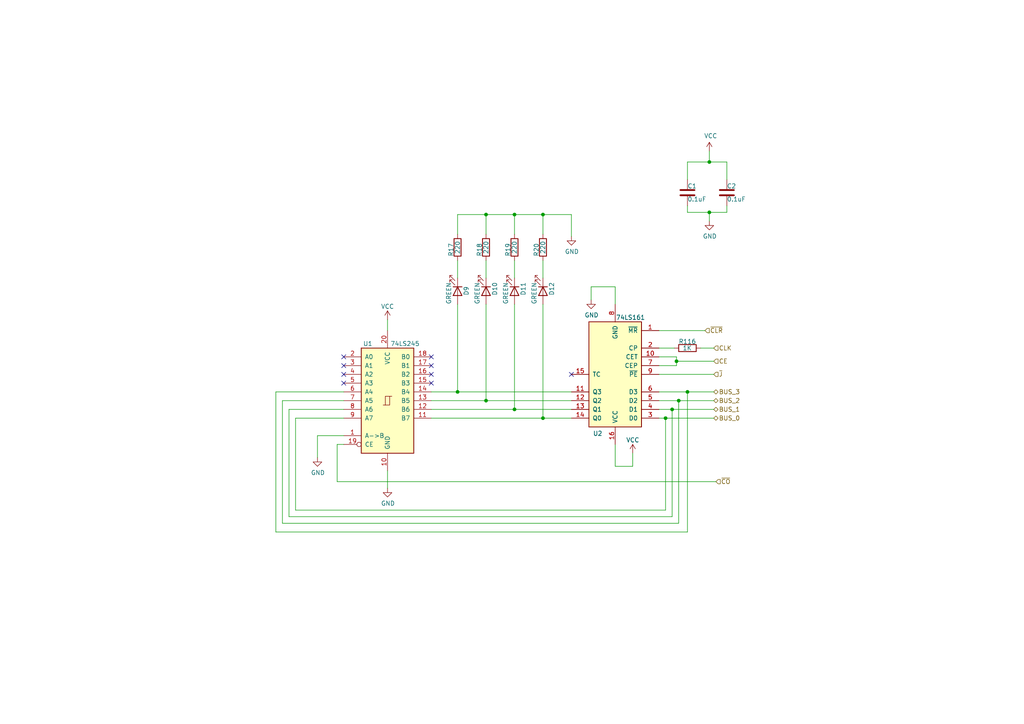
<source format=kicad_sch>
(kicad_sch (version 20230121) (generator eeschema)
  (paper "A4")
  (lib_symbols
    (symbol "74xx:74LS161" (pin_names (offset 1.016))
      (property "Reference" "U" (at -7.62 16.51 0))
      (property "Value" "74LS161" (at -7.62 -16.51 0))
      (symbol "74LS161_1_0"
        (pin input line (at -12.7 -12.7 0) (length 5.08) (name "~{MR}") (number "1"))
        (pin input line (at -12.7 -5.08 0) (length 5.08) (name "CET") (number "10"))
        (pin output line (at 12.7 5.08 180) (length 5.08) (name "Q3") (number "11"))
        (pin output line (at 12.7 7.62 180) (length 5.08) (name "Q2") (number "12"))
        (pin output line (at 12.7 10.16 180) (length 5.08) (name "Q1") (number "13"))
        (pin output line (at 12.7 12.7 180) (length 5.08) (name "Q0") (number "14"))
        (pin output line (at 12.7 0 180) (length 5.08) (name "TC") (number "15"))
        (pin power_in line (at 0 20.32 270) (length 5.08) (name "VCC") (number "16"))
        (pin input line (at -12.7 -7.62 0) (length 5.08) (name "CP") (number "2"))
        (pin input line (at -12.7 12.7 0) (length 5.08) (name "D0") (number "3"))
        (pin input line (at -12.7 10.16 0) (length 5.08) (name "D1") (number "4"))
        (pin input line (at -12.7 7.62 0) (length 5.08) (name "D2") (number "5"))
        (pin input line (at -12.7 5.08 0) (length 5.08) (name "D3") (number "6"))
        (pin input line (at -12.7 -2.54 0) (length 5.08) (name "CEP") (number "7"))
        (pin power_in line (at 0 -20.32 90) (length 5.08) (name "GND") (number "8"))
        (pin input line (at -12.7 0 0) (length 5.08) (name "~{PE}") (number "9"))
      )
      (symbol "74LS161_1_1"
        (rectangle (start -7.62 15.24) (end 7.62 -15.24) (stroke (width 0.254)) (fill (type background)))
      )
    )
    (symbol "74xx:74LS245" (pin_names (offset 1.016))
      (property "Reference" "U" (at -7.62 16.51 0))
      (property "Value" "74LS245" (at -7.62 -16.51 0))
      (symbol "74LS245_1_0"
        (polyline (pts (xy -0.635 -1.27) (xy -0.635 1.27) (xy 0.635 1.27)))
        (polyline (pts (xy -1.27 -1.27) (xy 0.635 -1.27) (xy 0.635 1.27) (xy 1.27 1.27)))
        (pin input line (at -12.7 -10.16 0) (length 5.08) (name "A->B") (number "1"))
        (pin power_in line (at 0 -20.32 90) (length 5.08) (name "GND") (number "10"))
        (pin tri_state line (at 12.7 -5.08 180) (length 5.08) (name "B7") (number "11"))
        (pin tri_state line (at 12.7 -2.54 180) (length 5.08) (name "B6") (number "12"))
        (pin tri_state line (at 12.7 0 180) (length 5.08) (name "B5") (number "13"))
        (pin tri_state line (at 12.7 2.54 180) (length 5.08) (name "B4") (number "14"))
        (pin tri_state line (at 12.7 5.08 180) (length 5.08) (name "B3") (number "15"))
        (pin tri_state line (at 12.7 7.62 180) (length 5.08) (name "B2") (number "16"))
        (pin tri_state line (at 12.7 10.16 180) (length 5.08) (name "B1") (number "17"))
        (pin tri_state line (at 12.7 12.7 180) (length 5.08) (name "B0") (number "18"))
        (pin input inverted (at -12.7 -12.7 0) (length 5.08) (name "CE") (number "19"))
        (pin tri_state line (at -12.7 12.7 0) (length 5.08) (name "A0") (number "2"))
        (pin power_in line (at 0 20.32 270) (length 5.08) (name "VCC") (number "20"))
        (pin tri_state line (at -12.7 10.16 0) (length 5.08) (name "A1") (number "3"))
        (pin tri_state line (at -12.7 7.62 0) (length 5.08) (name "A2") (number "4"))
        (pin tri_state line (at -12.7 5.08 0) (length 5.08) (name "A3") (number "5"))
        (pin tri_state line (at -12.7 2.54 0) (length 5.08) (name "A4") (number "6"))
        (pin tri_state line (at -12.7 0 0) (length 5.08) (name "A5") (number "7"))
        (pin tri_state line (at -12.7 -2.54 0) (length 5.08) (name "A6") (number "8"))
        (pin tri_state line (at -12.7 -5.08 0) (length 5.08) (name "A7") (number "9"))
      )
      (symbol "74LS245_1_1"
        (rectangle (start -7.62 15.24) (end 7.62 -15.24) (stroke (width 0.254)) (fill (type background)))
      )
    )
    (symbol "Device:C" (pin_numbers hide) (pin_names (offset 0.254))
      (property "Reference" "C" (at 0.635 2.54 0))
      (property "Value" "C" (at 0.635 -2.54 0))
      (symbol "C_0_1"
        (polyline (pts (xy -2.032 -0.762) (xy 2.032 -0.762)) (stroke (width 0.508)))
        (polyline (pts (xy -2.032 0.762) (xy 2.032 0.762)) (stroke (width 0.508)))
      )
      (symbol "C_1_1"
        (pin passive line (at 0 3.81 270) (length 2.794) (name "~") (number "1"))
        (pin passive line (at 0 -3.81 90) (length 2.794) (name "~") (number "2"))
      )
    )
    (symbol "Device:LED" (pin_numbers hide) (pin_names (offset 1.016) hide)
      (property "Reference" "D" (at 0 2.54 0))
      (property "Value" "LED" (at 0 -2.54 0))
      (symbol "LED_0_1"
        (polyline (pts (xy -1.27 -1.27) (xy -1.27 1.27)) (stroke (width 0.254)))
        (polyline (pts (xy -1.27 0) (xy 1.27 0)))
        (polyline (pts (xy 1.27 -1.27) (xy 1.27 1.27) (xy -1.27 0) (xy 1.27 -1.27)) (stroke (width 0.254)))
        (polyline (pts (xy -3.048 -0.762) (xy -4.572 -2.286) (xy -3.81 -2.286) (xy -4.572 -2.286) (xy -4.572 -1.524)))
        (polyline (pts (xy -1.778 -0.762) (xy -3.302 -2.286) (xy -2.54 -2.286) (xy -3.302 -2.286) (xy -3.302 -1.524)))
      )
      (symbol "LED_1_1"
        (pin passive line (at -3.81 0 0) (length 2.54) (name "K") (number "1"))
        (pin passive line (at 3.81 0 180) (length 2.54) (name "A") (number "2"))
      )
    )
    (symbol "Device:R" (pin_numbers hide) (pin_names (offset 0))
      (property "Reference" "R" (at 2.032 0 90))
      (property "Value" "R" (at 0 0 90))
      (symbol "R_0_1"
        (rectangle (start -1.016 -2.54) (end 1.016 2.54) (stroke (width 0.254)))
      )
      (symbol "R_1_1"
        (pin passive line (at 0 3.81 270) (length 1.27) (name "~") (number "1"))
        (pin passive line (at 0 -3.81 90) (length 1.27) (name "~") (number "2"))
      )
    )
    (symbol "power:GND" (power) (pin_names (offset 0))
      (property "Value" "GND" (at 0 -3.81 0))
      (symbol "GND_0_1"
        (polyline (pts (xy 0 0) (xy 0 -1.27) (xy 1.27 -1.27) (xy 0 -2.54) (xy -1.27 -1.27) (xy 0 -1.27)))
      )
      (symbol "GND_1_1"
        (pin power_in line (at 0 0 270) (length 0) hide (name "GND") (number "1"))
      )
    )
    (symbol "power:VCC" (power) (pin_names (offset 0))
      (property "Value" "VCC" (at 0 3.81 0))
      (symbol "VCC_0_1"
        (polyline (pts (xy -0.762 1.27) (xy 0 2.54)))
        (polyline (pts (xy 0 0) (xy 0 2.54)))
        (polyline (pts (xy 0 2.54) (xy 0.762 1.27)))
      )
      (symbol "VCC_1_1"
        (pin power_in line (at 0 0 90) (length 0) hide (name "VCC") (number "1"))
      )
    )
  )
  (junction (at 205.74 46.99))
  (junction (at 132.715 113.665))
  (junction (at 193.04 121.285))
  (junction (at 196.85 116.205))
  (junction (at 140.97 116.205))
  (junction (at 205.74 61.595))
  (junction (at 199.39 113.665))
  (junction (at 149.225 118.745))
  (junction (at 194.945 118.745))
  (junction (at 149.225 62.23))
  (junction (at 196.215 104.775))
  (junction (at 140.97 62.23))
  (junction (at 157.48 62.23))
  (junction (at 157.48 121.285))
  (no_connect (at 125.095 108.585))
  (no_connect (at 99.695 106.045))
  (no_connect (at 125.095 111.125))
  (no_connect (at 165.735 108.585))
  (no_connect (at 99.695 108.585))
  (no_connect (at 99.695 103.505))
  (no_connect (at 125.095 106.045))
  (no_connect (at 99.695 111.125))
  (no_connect (at 125.095 103.505))
  (wire (pts (xy 80.01 113.665) (xy 80.01 154.305)))
  (wire (pts (xy 99.695 128.905) (xy 97.79 128.905)))
  (wire (pts (xy 132.715 88.265) (xy 132.715 113.665)))
  (wire (pts (xy 178.435 128.905) (xy 178.435 135.255)))
  (wire (pts (xy 157.48 88.265) (xy 157.48 121.285)))
  (wire (pts (xy 171.45 83.185) (xy 171.45 86.995)))
  (wire (pts (xy 92.075 126.365) (xy 92.075 132.715)))
  (wire (pts (xy 97.79 139.7) (xy 207.645 139.7)))
  (wire (pts (xy 132.715 67.945) (xy 132.715 62.23)))
  (wire (pts (xy 205.74 64.135) (xy 205.74 61.595)))
  (wire (pts (xy 140.97 116.205) (xy 165.735 116.205)))
  (wire (pts (xy 165.735 62.23) (xy 165.735 68.58)))
  (wire (pts (xy 83.82 149.86) (xy 194.945 149.86)))
  (wire (pts (xy 210.82 52.07) (xy 210.82 46.99)))
  (wire (pts (xy 99.695 116.205) (xy 81.915 116.205)))
  (wire (pts (xy 193.04 121.285) (xy 207.01 121.285)))
  (wire (pts (xy 191.135 113.665) (xy 199.39 113.665)))
  (wire (pts (xy 140.97 62.23) (xy 149.225 62.23)))
  (wire (pts (xy 199.39 59.69) (xy 199.39 61.595)))
  (wire (pts (xy 157.48 121.285) (xy 165.735 121.285)))
  (wire (pts (xy 157.48 80.645) (xy 157.48 75.565)))
  (wire (pts (xy 191.135 108.585) (xy 207.01 108.585)))
  (wire (pts (xy 132.715 80.645) (xy 132.715 75.565)))
  (wire (pts (xy 178.435 83.185) (xy 171.45 83.185)))
  (wire (pts (xy 193.04 147.955) (xy 193.04 121.285)))
  (wire (pts (xy 85.725 147.955) (xy 193.04 147.955)))
  (wire (pts (xy 199.39 46.99) (xy 205.74 46.99)))
  (wire (pts (xy 191.135 121.285) (xy 193.04 121.285)))
  (wire (pts (xy 149.225 67.945) (xy 149.225 62.23)))
  (wire (pts (xy 149.225 80.645) (xy 149.225 75.565)))
  (wire (pts (xy 157.48 62.23) (xy 165.735 62.23)))
  (wire (pts (xy 196.215 104.775) (xy 196.215 106.045)))
  (wire (pts (xy 112.395 95.885) (xy 112.395 92.71)))
  (wire (pts (xy 191.135 118.745) (xy 194.945 118.745)))
  (wire (pts (xy 99.695 118.745) (xy 83.82 118.745)))
  (wire (pts (xy 199.39 113.665) (xy 207.01 113.665)))
  (wire (pts (xy 132.715 62.23) (xy 140.97 62.23)))
  (wire (pts (xy 125.095 116.205) (xy 140.97 116.205)))
  (wire (pts (xy 83.82 118.745) (xy 83.82 149.86)))
  (wire (pts (xy 196.215 104.775) (xy 207.01 104.775)))
  (wire (pts (xy 205.74 61.595) (xy 210.82 61.595)))
  (wire (pts (xy 140.97 67.945) (xy 140.97 62.23)))
  (wire (pts (xy 199.39 52.07) (xy 199.39 46.99)))
  (wire (pts (xy 149.225 88.265) (xy 149.225 118.745)))
  (wire (pts (xy 196.215 106.045) (xy 191.135 106.045)))
  (wire (pts (xy 210.82 46.99) (xy 205.74 46.99)))
  (wire (pts (xy 199.39 154.305) (xy 199.39 113.665)))
  (wire (pts (xy 99.695 126.365) (xy 92.075 126.365)))
  (wire (pts (xy 196.85 151.765) (xy 196.85 116.205)))
  (wire (pts (xy 203.2 100.965) (xy 207.01 100.965)))
  (wire (pts (xy 97.79 128.905) (xy 97.79 139.7)))
  (wire (pts (xy 80.01 154.305) (xy 199.39 154.305)))
  (wire (pts (xy 140.97 80.645) (xy 140.97 75.565)))
  (wire (pts (xy 196.215 103.505) (xy 196.215 104.775)))
  (wire (pts (xy 125.095 121.285) (xy 157.48 121.285)))
  (wire (pts (xy 112.395 136.525) (xy 112.395 141.605)))
  (wire (pts (xy 191.135 103.505) (xy 196.215 103.505)))
  (wire (pts (xy 165.735 118.745) (xy 149.225 118.745)))
  (wire (pts (xy 81.915 151.765) (xy 196.85 151.765)))
  (wire (pts (xy 178.435 135.255) (xy 183.515 135.255)))
  (wire (pts (xy 196.85 116.205) (xy 207.01 116.205)))
  (wire (pts (xy 191.135 116.205) (xy 196.85 116.205)))
  (wire (pts (xy 157.48 62.23) (xy 157.48 67.945)))
  (wire (pts (xy 178.435 88.265) (xy 178.435 83.185)))
  (wire (pts (xy 194.945 118.745) (xy 207.01 118.745)))
  (wire (pts (xy 194.945 149.86) (xy 194.945 118.745)))
  (wire (pts (xy 191.135 95.885) (xy 204.47 95.885)))
  (wire (pts (xy 183.515 135.255) (xy 183.515 131.445)))
  (wire (pts (xy 85.725 121.285) (xy 85.725 147.955)))
  (wire (pts (xy 99.695 121.285) (xy 85.725 121.285)))
  (wire (pts (xy 205.74 43.815) (xy 205.74 46.99)))
  (wire (pts (xy 149.225 118.745) (xy 125.095 118.745)))
  (wire (pts (xy 140.97 88.265) (xy 140.97 116.205)))
  (wire (pts (xy 132.715 113.665) (xy 165.735 113.665)))
  (wire (pts (xy 81.915 116.205) (xy 81.915 151.765)))
  (wire (pts (xy 191.135 100.965) (xy 195.58 100.965)))
  (wire (pts (xy 99.695 113.665) (xy 80.01 113.665)))
  (wire (pts (xy 210.82 61.595) (xy 210.82 59.69)))
  (wire (pts (xy 125.095 113.665) (xy 132.715 113.665)))
  (wire (pts (xy 199.39 61.595) (xy 205.74 61.595)))
  (wire (pts (xy 149.225 62.23) (xy 157.48 62.23)))
  (hierarchical_label "BUS_0" (shape bidirectional) (at 207.01 121.285 0))
  (hierarchical_label "~{J}" (shape input) (at 207.01 108.585 0))
  (hierarchical_label "BUS_1" (shape bidirectional) (at 207.01 118.745 0))
  (hierarchical_label "BUS_3" (shape bidirectional) (at 207.01 113.665 0))
  (hierarchical_label "CLK" (shape input) (at 207.01 100.965 0))
  (hierarchical_label "CE" (shape input) (at 207.01 104.775 0))
  (hierarchical_label "BUS_2" (shape bidirectional) (at 207.01 116.205 0))
  (hierarchical_label "~{CO}" (shape input) (at 207.645 139.7 0))
  (hierarchical_label "~{CLR}" (shape input) (at 204.47 95.885 0))
  (symbol (lib_id "Device:R") (at 199.39 100.965 90) (unit 1)
    (property "Reference" "R116" (at 201.93 99.06 90) (effects (justify left)))
    (property "Value" "1K" (at 200.66 100.965 90) (effects (justify left)))
    (property "Footprint" "Resistor_THT:R_Axial_DIN0207_L6.3mm_D2.5mm_P7.62mm_Horizontal" (effects hide))
    (instances (project "8 Bit Computer" (path "" (reference "R116") (unit 1)) (path "" (reference "R?") (unit 1))))
  )
  (symbol (lib_id "74xx:74LS245") (at 112.395 116.205 0) (unit 1)
    (property "Reference" "U1" (at 106.68 99.695 0))
    (property "Value" "74LS245" (at 117.475 99.695 0))
    (property "Footprint" "Package_DIP:DIP-20_W7.62mm_Socket_LongPads" (effects hide))
    (property "Datasheet" "http://www.ti.com/lit/gpn/sn74LS245" (effects hide))
    (instances (project "8 Bit Computer" (path "" (reference "U1") (unit 1)) (path "" (reference "U?") (unit 1))))
  )
  (symbol (lib_id "74xx:74LS161") (at 178.435 108.585 180) (unit 1)
    (property "Reference" "U2" (at 173.355 125.73 0))
    (property "Value" "74LS161" (at 182.88 92.075 0))
    (property "Footprint" "Package_DIP:DIP-16_W7.62mm_Socket_LongPads" (effects hide))
    (property "Datasheet" "http://www.ti.com/lit/gpn/sn74LS161" (effects hide))
    (instances (project "8 Bit Computer" (path "" (reference "U2") (unit 1)) (path "" (reference "U?") (unit 1))))
  )
  (symbol (lib_id "Device:LED") (at 157.48 84.455 270) (unit 1)
    (property "Reference" "D12" (at 160.02 85.725 0) (effects (justify right)))
    (property "Value" "GREEN" (at 154.94 88.265 0) (effects (justify right)))
    (property "Footprint" "LED_THT:LED_D5.0mm" (effects hide))
    (instances (project "8 Bit Computer" (path "" (reference "D12") (unit 1)) (path "" (reference "D?") (unit 1))))
  )
  (symbol (lib_id "Device:LED") (at 149.225 84.455 270) (unit 1)
    (property "Reference" "D11" (at 151.765 85.725 0) (effects (justify right)))
    (property "Value" "GREEN" (at 146.685 88.265 0) (effects (justify right)))
    (property "Footprint" "LED_THT:LED_D5.0mm" (effects hide))
    (instances (project "8 Bit Computer" (path "" (reference "D11") (unit 1)) (path "" (reference "D?") (unit 1))))
  )
  (symbol (lib_id "Device:LED") (at 140.97 84.455 270) (unit 1)
    (property "Reference" "D10" (at 143.51 85.725 0) (effects (justify right)))
    (property "Value" "GREEN" (at 138.43 88.265 0) (effects (justify right)))
    (property "Footprint" "LED_THT:LED_D5.0mm" (effects hide))
    (instances (project "8 Bit Computer" (path "" (reference "D10") (unit 1)) (path "" (reference "D?") (unit 1))))
  )
  (symbol (lib_id "Device:LED") (at 132.715 84.455 270) (unit 1)
    (property "Reference" "D9" (at 135.255 85.725 0) (effects (justify right)))
    (property "Value" "GREEN" (at 130.175 88.265 0) (effects (justify right)))
    (property "Footprint" "LED_THT:LED_D5.0mm" (effects hide))
    (instances (project "8 Bit Computer" (path "" (reference "D9") (unit 1)) (path "" (reference "D?") (unit 1))))
  )
  (symbol (lib_id "Device:R") (at 157.48 71.755 180) (unit 1)
    (property "Reference" "R20" (at 155.575 70.485 90) (effects (justify left)))
    (property "Value" "220" (at 157.48 69.85 90) (effects (justify left)))
    (property "Footprint" "Resistor_THT:R_Axial_DIN0207_L6.3mm_D2.5mm_P7.62mm_Horizontal" (effects hide))
    (instances (project "8 Bit Computer" (path "" (reference "R20") (unit 1)) (path "" (reference "R?") (unit 1))))
  )
  (symbol (lib_id "Device:R") (at 149.225 71.755 180) (unit 1)
    (property "Reference" "R19" (at 147.32 70.485 90) (effects (justify left)))
    (property "Value" "220" (at 149.225 69.85 90) (effects (justify left)))
    (property "Footprint" "Resistor_THT:R_Axial_DIN0207_L6.3mm_D2.5mm_P7.62mm_Horizontal" (effects hide))
    (instances (project "8 Bit Computer" (path "" (reference "R19") (unit 1)) (path "" (reference "R?") (unit 1))))
  )
  (symbol (lib_id "Device:R") (at 140.97 71.755 180) (unit 1)
    (property "Reference" "R18" (at 139.065 70.485 90) (effects (justify left)))
    (property "Value" "220" (at 140.97 69.85 90) (effects (justify left)))
    (property "Footprint" "Resistor_THT:R_Axial_DIN0207_L6.3mm_D2.5mm_P7.62mm_Horizontal" (effects hide))
    (instances (project "8 Bit Computer" (path "" (reference "R18") (unit 1)) (path "" (reference "R?") (unit 1))))
  )
  (symbol (lib_id "Device:R") (at 132.715 71.755 180) (unit 1)
    (property "Reference" "R17" (at 130.81 70.485 90) (effects (justify left)))
    (property "Value" "220" (at 132.715 69.85 90) (effects (justify left)))
    (property "Footprint" "Resistor_THT:R_Axial_DIN0207_L6.3mm_D2.5mm_P7.62mm_Horizontal" (effects hide))
    (instances (project "8 Bit Computer" (path "" (reference "R17") (unit 1)) (path "" (reference "R?") (unit 1))))
  )
  (symbol (lib_id "power:GND") (at 165.735 68.58 0) (unit 1)
    (property "Reference" "#PWR0103" (effects hide))
    (property "Value" "GND" (at 165.862 72.9742 0))
    (instances (project "8 Bit Computer" (path "" (reference "#PWR0103") (unit 1)) (path "" (reference "#PWR?") (unit 1))))
  )
  (symbol (lib_id "power:GND") (at 92.075 132.715 0) (unit 1)
    (property "Reference" "#PWR0104" (effects hide))
    (property "Value" "GND" (at 92.202 137.1092 0))
    (instances (project "8 Bit Computer" (path "" (reference "#PWR0104") (unit 1)) (path "" (reference "#PWR?") (unit 1))))
  )
  (symbol (lib_id "power:GND") (at 171.45 86.995 0) (unit 1)
    (property "Reference" "#PWR0105" (effects hide))
    (property "Value" "GND" (at 171.577 91.3892 0))
    (instances (project "8 Bit Computer" (path "" (reference "#PWR0105") (unit 1)) (path "" (reference "#PWR?") (unit 1))))
  )
  (symbol (lib_id "power:GND") (at 112.395 141.605 0) (unit 1)
    (property "Reference" "#PWR0106" (effects hide))
    (property "Value" "GND" (at 112.522 145.9992 0))
    (instances (project "8 Bit Computer" (path "" (reference "#PWR0106") (unit 1)) (path "" (reference "#PWR?") (unit 1))))
  )
  (symbol (lib_id "power:VCC") (at 183.515 131.445 0) (unit 1)
    (property "Reference" "#PWR0107" (effects hide))
    (property "Value" "VCC" (at 183.515 127.635 0))
    (instances (project "8 Bit Computer" (path "" (reference "#PWR0107") (unit 1)) (path "" (reference "#PWR?") (unit 1))))
  )
  (symbol (lib_id "power:VCC") (at 112.395 92.71 0) (unit 1)
    (property "Reference" "#PWR0108" (effects hide))
    (property "Value" "VCC" (at 112.395 88.9 0))
    (instances (project "8 Bit Computer" (path "" (reference "#PWR0108") (unit 1)) (path "" (reference "#PWR?") (unit 1))))
  )
  (symbol (lib_id "power:VCC") (at 205.74 43.815 0) (unit 1)
    (property "Reference" "#PWR0109" (effects hide))
    (property "Value" "VCC" (at 206.121 39.4208 0))
    (instances (project "8 Bit Computer" (path "" (reference "#PWR0109") (unit 1)) (path "" (reference "#PWR?") (unit 1))))
  )
  (symbol (lib_id "Device:C") (at 210.82 55.88 0) (unit 1)
    (property "Reference" "C2" (at 210.82 53.975 0) (effects (justify left)))
    (property "Value" "0.1uF" (at 210.82 57.785 0) (effects (justify left)))
    (property "Footprint" "Capacitor_THT:C_Disc_D4.3mm_W1.9mm_P5.00mm" (effects hide))
    (instances (project "8 Bit Computer" (path "" (reference "C2") (unit 1)) (path "" (reference "C?") (unit 1))))
  )
  (symbol (lib_id "Device:C") (at 199.39 55.88 0) (unit 1)
    (property "Reference" "C1" (at 199.39 53.975 0) (effects (justify left)))
    (property "Value" "0.1uF" (at 199.39 57.785 0) (effects (justify left)))
    (property "Footprint" "Capacitor_THT:C_Disc_D4.3mm_W1.9mm_P5.00mm" (effects hide))
    (instances (project "8 Bit Computer" (path "" (reference "C1") (unit 1)) (path "" (reference "C?") (unit 1))))
  )
  (symbol (lib_id "power:GND") (at 205.74 64.135 0) (unit 1)
    (property "Reference" "#PWR0110" (effects hide))
    (property "Value" "GND" (at 205.867 68.5292 0))
    (instances (project "8 Bit Computer" (path "" (reference "#PWR0110") (unit 1)) (path "" (reference "#PWR?") (unit 1))))
  )
)
</source>
